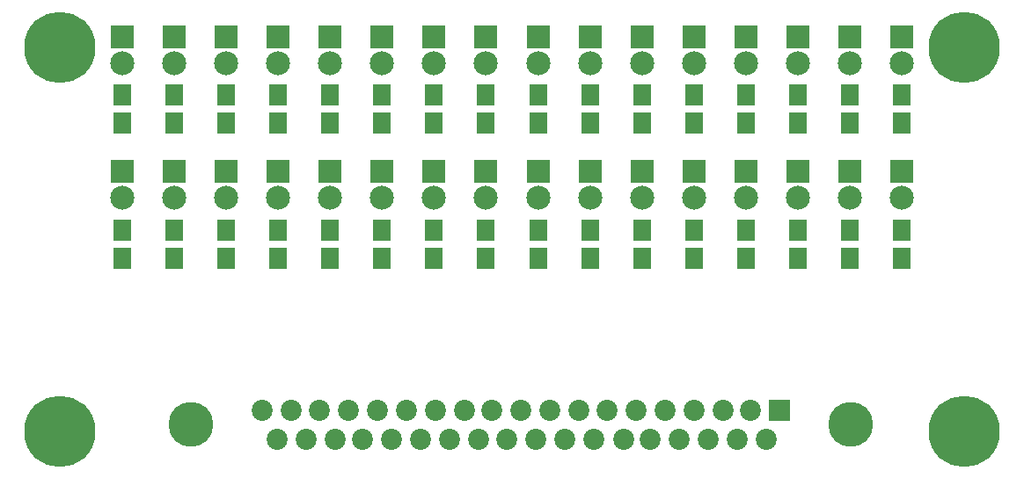
<source format=gbs>
G04 #@! TF.FileFunction,Soldermask,Bot*
%FSLAX46Y46*%
G04 Gerber Fmt 4.6, Leading zero omitted, Abs format (unit mm)*
G04 Created by KiCad (PCBNEW (after 2015-mar-04 BZR unknown)-product) date 5/25/2017 2:16:54 PM*
%MOMM*%
G01*
G04 APERTURE LIST*
%ADD10C,0.150000*%
%ADD11R,2.308000X2.308000*%
%ADD12C,2.308000*%
%ADD13C,4.318000*%
%ADD14R,2.028000X2.028000*%
%ADD15C,2.028000*%
%ADD16R,1.808000X2.008000*%
%ADD17C,6.858000*%
G04 APERTURE END LIST*
D10*
D11*
X107000000Y-39000000D03*
D12*
X107000000Y-41540000D03*
D11*
X107000000Y-52000000D03*
D12*
X107000000Y-54540000D03*
D11*
X112000000Y-39000000D03*
D12*
X112000000Y-41540000D03*
D11*
X112000000Y-52000000D03*
D12*
X112000000Y-54540000D03*
D11*
X117000000Y-39000000D03*
D12*
X117000000Y-41540000D03*
D11*
X117000000Y-52000000D03*
D12*
X117000000Y-54540000D03*
D11*
X122000000Y-39000000D03*
D12*
X122000000Y-41540000D03*
D11*
X122000000Y-52000000D03*
D12*
X122000000Y-54540000D03*
D11*
X127000000Y-39000000D03*
D12*
X127000000Y-41540000D03*
D11*
X127000000Y-52000000D03*
D12*
X127000000Y-54540000D03*
D11*
X132000000Y-39000000D03*
D12*
X132000000Y-41540000D03*
D11*
X132000000Y-52000000D03*
D12*
X132000000Y-54540000D03*
D11*
X137000000Y-39000000D03*
D12*
X137000000Y-41540000D03*
D11*
X137000000Y-52000000D03*
D12*
X137000000Y-54540000D03*
D11*
X142000000Y-39000000D03*
D12*
X142000000Y-41540000D03*
D11*
X142000000Y-52000000D03*
D12*
X142000000Y-54540000D03*
D13*
X137110000Y-76400000D03*
X73610000Y-76400000D03*
D14*
X130250000Y-75000000D03*
D15*
X127460000Y-75000000D03*
X124790000Y-75000000D03*
X122000000Y-75000000D03*
X119200000Y-75000000D03*
X116410000Y-75000000D03*
X113610000Y-75000000D03*
X110950000Y-75000000D03*
X108150000Y-75000000D03*
X105360000Y-75000000D03*
X102560000Y-75000000D03*
X99900000Y-75000000D03*
X97100000Y-75000000D03*
X94310000Y-75000000D03*
X91520000Y-75000000D03*
X88720000Y-75000000D03*
X85930000Y-75000000D03*
X83260000Y-75000000D03*
X80470000Y-75000000D03*
X128980000Y-77790000D03*
X126190000Y-77790000D03*
X123390000Y-77790000D03*
X120600000Y-77790000D03*
X117800000Y-77790000D03*
X115260000Y-77790000D03*
X112340000Y-77790000D03*
X109550000Y-77790000D03*
X106750000Y-77790000D03*
X103960000Y-77790000D03*
X101290000Y-77790000D03*
X98500000Y-77790000D03*
X95710000Y-77790000D03*
X92910000Y-77790000D03*
X90120000Y-77790000D03*
X87450000Y-77790000D03*
X84660000Y-77790000D03*
X81860000Y-77790000D03*
D16*
X67000000Y-44650000D03*
X67000000Y-47350000D03*
X67000000Y-57650000D03*
X67000000Y-60350000D03*
X72000000Y-44650000D03*
X72000000Y-47350000D03*
X72000000Y-57650000D03*
X72000000Y-60350000D03*
X77000000Y-44650000D03*
X77000000Y-47350000D03*
X77000000Y-57650000D03*
X77000000Y-60350000D03*
X82000000Y-44650000D03*
X82000000Y-47350000D03*
X82000000Y-57650000D03*
X82000000Y-60350000D03*
X87000000Y-44650000D03*
X87000000Y-47350000D03*
X87000000Y-57650000D03*
X87000000Y-60350000D03*
X92000000Y-44650000D03*
X92000000Y-47350000D03*
X92000000Y-57650000D03*
X92000000Y-60350000D03*
X97000000Y-44650000D03*
X97000000Y-47350000D03*
X97000000Y-57650000D03*
X97000000Y-60350000D03*
X102000000Y-44650000D03*
X102000000Y-47350000D03*
X102000000Y-57650000D03*
X102000000Y-60350000D03*
X107000000Y-44650000D03*
X107000000Y-47350000D03*
X107000000Y-57650000D03*
X107000000Y-60350000D03*
X112000000Y-44650000D03*
X112000000Y-47350000D03*
X112000000Y-57650000D03*
X112000000Y-60350000D03*
X117000000Y-44650000D03*
X117000000Y-47350000D03*
X117000000Y-57650000D03*
X117000000Y-60350000D03*
X122000000Y-44650000D03*
X122000000Y-47350000D03*
X122000000Y-57650000D03*
X122000000Y-60350000D03*
X127000000Y-44650000D03*
X127000000Y-47350000D03*
X127000000Y-57650000D03*
X127000000Y-60350000D03*
X132000000Y-44650000D03*
X132000000Y-47350000D03*
X132000000Y-57650000D03*
X132000000Y-60350000D03*
X137000000Y-44650000D03*
X137000000Y-47350000D03*
X137000000Y-57650000D03*
X137000000Y-60350000D03*
X142000000Y-44650000D03*
X142000000Y-47350000D03*
X142000000Y-57650000D03*
X142000000Y-60350000D03*
D11*
X67000000Y-39000000D03*
D12*
X67000000Y-41540000D03*
D11*
X67000000Y-52000000D03*
D12*
X67000000Y-54540000D03*
D11*
X72000000Y-39000000D03*
D12*
X72000000Y-41540000D03*
D11*
X72000000Y-52000000D03*
D12*
X72000000Y-54540000D03*
D11*
X77000000Y-39000000D03*
D12*
X77000000Y-41540000D03*
D11*
X77000000Y-52000000D03*
D12*
X77000000Y-54540000D03*
D11*
X82000000Y-39000000D03*
D12*
X82000000Y-41540000D03*
D11*
X82000000Y-52000000D03*
D12*
X82000000Y-54540000D03*
D11*
X87000000Y-39000000D03*
D12*
X87000000Y-41540000D03*
D11*
X87000000Y-52000000D03*
D12*
X87000000Y-54540000D03*
D11*
X92000000Y-39000000D03*
D12*
X92000000Y-41540000D03*
D11*
X92000000Y-52000000D03*
D12*
X92000000Y-54540000D03*
D11*
X97000000Y-39000000D03*
D12*
X97000000Y-41540000D03*
D11*
X97000000Y-52000000D03*
D12*
X97000000Y-54540000D03*
D11*
X102000000Y-39000000D03*
D12*
X102000000Y-41540000D03*
D11*
X102000000Y-52000000D03*
D12*
X102000000Y-54540000D03*
D17*
X61000000Y-40000000D03*
X148000000Y-40000000D03*
X61000000Y-77000000D03*
X148000000Y-77000000D03*
M02*

</source>
